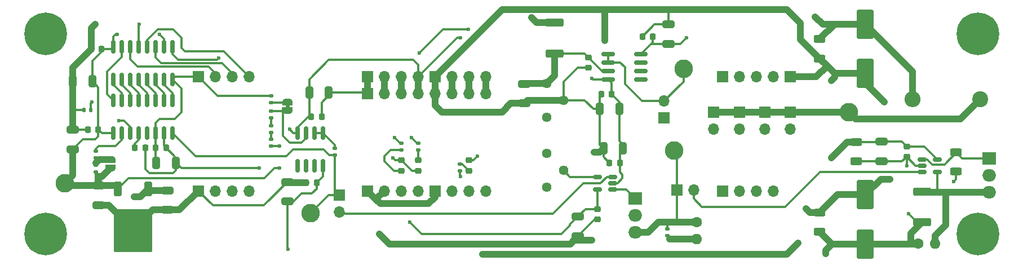
<source format=gbr>
%TF.GenerationSoftware,KiCad,Pcbnew,8.0.2*%
%TF.CreationDate,2024-07-01T04:04:09-07:00*%
%TF.ProjectId,waveform-generator-board,77617665-666f-4726-9d2d-67656e657261,rev?*%
%TF.SameCoordinates,Original*%
%TF.FileFunction,Copper,L1,Top*%
%TF.FilePolarity,Positive*%
%FSLAX46Y46*%
G04 Gerber Fmt 4.6, Leading zero omitted, Abs format (unit mm)*
G04 Created by KiCad (PCBNEW 8.0.2) date 2024-07-01 04:04:09*
%MOMM*%
%LPD*%
G01*
G04 APERTURE LIST*
G04 Aperture macros list*
%AMRoundRect*
0 Rectangle with rounded corners*
0 $1 Rounding radius*
0 $2 $3 $4 $5 $6 $7 $8 $9 X,Y pos of 4 corners*
0 Add a 4 corners polygon primitive as box body*
4,1,4,$2,$3,$4,$5,$6,$7,$8,$9,$2,$3,0*
0 Add four circle primitives for the rounded corners*
1,1,$1+$1,$2,$3*
1,1,$1+$1,$4,$5*
1,1,$1+$1,$6,$7*
1,1,$1+$1,$8,$9*
0 Add four rect primitives between the rounded corners*
20,1,$1+$1,$2,$3,$4,$5,0*
20,1,$1+$1,$4,$5,$6,$7,0*
20,1,$1+$1,$6,$7,$8,$9,0*
20,1,$1+$1,$8,$9,$2,$3,0*%
%AMFreePoly0*
4,1,19,0.500000,-0.750000,0.000000,-0.750000,0.000000,-0.744911,-0.071157,-0.744911,-0.207708,-0.704816,-0.327430,-0.627875,-0.420627,-0.520320,-0.479746,-0.390866,-0.500000,-0.250000,-0.500000,0.250000,-0.479746,0.390866,-0.420627,0.520320,-0.327430,0.627875,-0.207708,0.704816,-0.071157,0.744911,0.000000,0.744911,0.000000,0.750000,0.500000,0.750000,0.500000,-0.750000,0.500000,-0.750000,
$1*%
%AMFreePoly1*
4,1,19,0.000000,0.744911,0.071157,0.744911,0.207708,0.704816,0.327430,0.627875,0.420627,0.520320,0.479746,0.390866,0.500000,0.250000,0.500000,-0.250000,0.479746,-0.390866,0.420627,-0.520320,0.327430,-0.627875,0.207708,-0.704816,0.071157,-0.744911,0.000000,-0.744911,0.000000,-0.750000,-0.500000,-0.750000,-0.500000,0.750000,0.000000,0.750000,0.000000,0.744911,0.000000,0.744911,
$1*%
G04 Aperture macros list end*
%TA.AperFunction,EtchedComponent*%
%ADD10C,0.000000*%
%TD*%
%TA.AperFunction,SMDPad,CuDef*%
%ADD11RoundRect,0.150000X0.150000X-0.825000X0.150000X0.825000X-0.150000X0.825000X-0.150000X-0.825000X0*%
%TD*%
%TA.AperFunction,SMDPad,CuDef*%
%ADD12RoundRect,0.250000X0.325000X0.650000X-0.325000X0.650000X-0.325000X-0.650000X0.325000X-0.650000X0*%
%TD*%
%TA.AperFunction,ComponentPad*%
%ADD13C,2.400000*%
%TD*%
%TA.AperFunction,ComponentPad*%
%ADD14O,2.400000X2.400000*%
%TD*%
%TA.AperFunction,ComponentPad*%
%ADD15C,2.800000*%
%TD*%
%TA.AperFunction,SMDPad,CuDef*%
%ADD16RoundRect,0.150000X0.512500X0.150000X-0.512500X0.150000X-0.512500X-0.150000X0.512500X-0.150000X0*%
%TD*%
%TA.AperFunction,SMDPad,CuDef*%
%ADD17RoundRect,0.250000X-1.075000X0.362500X-1.075000X-0.362500X1.075000X-0.362500X1.075000X0.362500X0*%
%TD*%
%TA.AperFunction,SMDPad,CuDef*%
%ADD18RoundRect,0.135000X0.185000X-0.135000X0.185000X0.135000X-0.185000X0.135000X-0.185000X-0.135000X0*%
%TD*%
%TA.AperFunction,SMDPad,CuDef*%
%ADD19RoundRect,0.135000X-0.185000X0.135000X-0.185000X-0.135000X0.185000X-0.135000X0.185000X0.135000X0*%
%TD*%
%TA.AperFunction,SMDPad,CuDef*%
%ADD20RoundRect,0.218750X-0.256250X0.218750X-0.256250X-0.218750X0.256250X-0.218750X0.256250X0.218750X0*%
%TD*%
%TA.AperFunction,SMDPad,CuDef*%
%ADD21RoundRect,0.250000X-0.325000X-0.650000X0.325000X-0.650000X0.325000X0.650000X-0.325000X0.650000X0*%
%TD*%
%TA.AperFunction,ComponentPad*%
%ADD22R,1.700000X1.700000*%
%TD*%
%TA.AperFunction,ComponentPad*%
%ADD23O,1.700000X1.700000*%
%TD*%
%TA.AperFunction,SMDPad,CuDef*%
%ADD24RoundRect,0.250000X-0.650000X0.325000X-0.650000X-0.325000X0.650000X-0.325000X0.650000X0.325000X0*%
%TD*%
%TA.AperFunction,ComponentPad*%
%ADD25C,1.440000*%
%TD*%
%TA.AperFunction,SMDPad,CuDef*%
%ADD26RoundRect,0.225000X0.250000X-0.225000X0.250000X0.225000X-0.250000X0.225000X-0.250000X-0.225000X0*%
%TD*%
%TA.AperFunction,SMDPad,CuDef*%
%ADD27RoundRect,0.250000X-0.350000X0.850000X-0.350000X-0.850000X0.350000X-0.850000X0.350000X0.850000X0*%
%TD*%
%TA.AperFunction,SMDPad,CuDef*%
%ADD28RoundRect,0.250000X-1.125000X1.275000X-1.125000X-1.275000X1.125000X-1.275000X1.125000X1.275000X0*%
%TD*%
%TA.AperFunction,SMDPad,CuDef*%
%ADD29RoundRect,0.249997X-2.650003X2.950003X-2.650003X-2.950003X2.650003X-2.950003X2.650003X2.950003X0*%
%TD*%
%TA.AperFunction,SMDPad,CuDef*%
%ADD30RoundRect,0.225000X0.225000X0.250000X-0.225000X0.250000X-0.225000X-0.250000X0.225000X-0.250000X0*%
%TD*%
%TA.AperFunction,ComponentPad*%
%ADD31C,1.600000*%
%TD*%
%TA.AperFunction,ComponentPad*%
%ADD32O,1.600000X1.600000*%
%TD*%
%TA.AperFunction,SMDPad,CuDef*%
%ADD33RoundRect,0.250000X0.650000X-0.325000X0.650000X0.325000X-0.650000X0.325000X-0.650000X-0.325000X0*%
%TD*%
%TA.AperFunction,SMDPad,CuDef*%
%ADD34RoundRect,0.135000X0.135000X0.185000X-0.135000X0.185000X-0.135000X-0.185000X0.135000X-0.185000X0*%
%TD*%
%TA.AperFunction,SMDPad,CuDef*%
%ADD35RoundRect,0.250000X-0.625000X0.312500X-0.625000X-0.312500X0.625000X-0.312500X0.625000X0.312500X0*%
%TD*%
%TA.AperFunction,ComponentPad*%
%ADD36C,6.400000*%
%TD*%
%TA.AperFunction,SMDPad,CuDef*%
%ADD37RoundRect,0.250000X0.625000X-0.312500X0.625000X0.312500X-0.625000X0.312500X-0.625000X-0.312500X0*%
%TD*%
%TA.AperFunction,SMDPad,CuDef*%
%ADD38RoundRect,0.225000X-0.225000X-0.250000X0.225000X-0.250000X0.225000X0.250000X-0.225000X0.250000X0*%
%TD*%
%TA.AperFunction,SMDPad,CuDef*%
%ADD39RoundRect,0.150000X-0.512500X-0.150000X0.512500X-0.150000X0.512500X0.150000X-0.512500X0.150000X0*%
%TD*%
%TA.AperFunction,SMDPad,CuDef*%
%ADD40RoundRect,0.225000X-0.250000X0.225000X-0.250000X-0.225000X0.250000X-0.225000X0.250000X0.225000X0*%
%TD*%
%TA.AperFunction,SMDPad,CuDef*%
%ADD41FreePoly0,270.000000*%
%TD*%
%TA.AperFunction,SMDPad,CuDef*%
%ADD42FreePoly1,270.000000*%
%TD*%
%TA.AperFunction,ComponentPad*%
%ADD43R,2.000000X1.905000*%
%TD*%
%TA.AperFunction,ComponentPad*%
%ADD44O,2.000000X1.905000*%
%TD*%
%TA.AperFunction,SMDPad,CuDef*%
%ADD45RoundRect,0.150000X-0.825000X-0.150000X0.825000X-0.150000X0.825000X0.150000X-0.825000X0.150000X0*%
%TD*%
%TA.AperFunction,SMDPad,CuDef*%
%ADD46RoundRect,0.250000X-1.000000X1.950000X-1.000000X-1.950000X1.000000X-1.950000X1.000000X1.950000X0*%
%TD*%
%TA.AperFunction,SMDPad,CuDef*%
%ADD47RoundRect,0.150000X-0.150000X0.825000X-0.150000X-0.825000X0.150000X-0.825000X0.150000X0.825000X0*%
%TD*%
%TA.AperFunction,ViaPad*%
%ADD48C,0.600000*%
%TD*%
%TA.AperFunction,Conductor*%
%ADD49C,0.300000*%
%TD*%
%TA.AperFunction,Conductor*%
%ADD50C,1.000000*%
%TD*%
G04 APERTURE END LIST*
D10*
%TA.AperFunction,EtchedComponent*%
%TO.C,JP2*%
G36*
X117641000Y-95097000D02*
G01*
X117041000Y-95097000D01*
X117041000Y-94597000D01*
X117641000Y-94597000D01*
X117641000Y-95097000D01*
G37*
%TD.AperFunction*%
%TD*%
D11*
%TO.P,U3,1,VCC*%
%TO.N,Net-(JP1-B)*%
X91154000Y-98920000D03*
%TO.P,U3,2,VREF+*%
%TO.N,Net-(U3-VREF+)*%
X92424000Y-98920000D03*
%TO.P,U3,3,VREF-*%
%TO.N,Net-(U3-VREF-)*%
X93694000Y-98920000D03*
%TO.P,U3,4,COMPEN*%
%TO.N,Net-(U3-COMPEN)*%
X94964000Y-98920000D03*
%TO.P,U3,5,NC*%
%TO.N,unconnected-(U3-NC-Pad5)*%
X96234000Y-98920000D03*
%TO.P,U3,6,GND*%
%TO.N,GND*%
X97504000Y-98920000D03*
%TO.P,U3,7,VEE*%
%TO.N,-12V*%
X98774000Y-98920000D03*
%TO.P,U3,8,I0*%
%TO.N,dac_out*%
X100044000Y-98920000D03*
%TO.P,U3,9,A1*%
%TO.N,Net-(U2-QH)*%
X100044000Y-93970000D03*
%TO.P,U3,10,A2*%
%TO.N,Net-(U2-QG)*%
X98774000Y-93970000D03*
%TO.P,U3,11,A3*%
%TO.N,Net-(U2-QF)*%
X97504000Y-93970000D03*
%TO.P,U3,12,A4*%
%TO.N,Net-(U2-QE)*%
X96234000Y-93970000D03*
%TO.P,U3,13,A5*%
%TO.N,Net-(U2-QD)*%
X94964000Y-93970000D03*
%TO.P,U3,14,A6*%
%TO.N,Net-(U2-QC)*%
X93694000Y-93970000D03*
%TO.P,U3,15,A7*%
%TO.N,Net-(U2-QB)*%
X92424000Y-93970000D03*
%TO.P,U3,16,A8*%
%TO.N,Net-(U2-QA)*%
X91154000Y-93970000D03*
%TD*%
D12*
%TO.P,C3,1*%
%TO.N,Net-(JP1-B)*%
X88006000Y-91105000D03*
%TO.P,C3,2*%
%TO.N,GND*%
X85056000Y-91105000D03*
%TD*%
D13*
%TO.P,R21,1*%
%TO.N,Net-(JP10-A)*%
X221405000Y-93825000D03*
D14*
%TO.P,R21,2*%
%TO.N,+100V*%
X211245000Y-93825000D03*
%TD*%
D15*
%TO.P,TP4,1,1*%
%TO.N,levelshift_out*%
X175427000Y-101529000D03*
%TD*%
D16*
%TO.P,U6,1*%
%TO.N,Net-(Q3-G)*%
X166174500Y-107346000D03*
%TO.P,U6,2,V-*%
%TO.N,-12V*%
X166174500Y-106396000D03*
%TO.P,U6,3,+*%
%TO.N,Net-(JP3-B)*%
X166174500Y-105446000D03*
%TO.P,U6,4,-*%
%TO.N,Net-(Q3-D)*%
X163899500Y-105446000D03*
%TO.P,U6,5,V+*%
%TO.N,+12V*%
X163899500Y-107346000D03*
%TD*%
D17*
%TO.P,R22,1*%
%TO.N,Net-(Q1-S)*%
X212679000Y-107646500D03*
%TO.P,R22,2*%
%TO.N,-100V*%
X212679000Y-112271500D03*
%TD*%
D18*
%TO.P,R10,1*%
%TO.N,Net-(JP2-A)*%
X114833000Y-94303000D03*
%TO.P,R10,2*%
%TO.N,GND*%
X114833000Y-93283000D03*
%TD*%
D19*
%TO.P,R1,1*%
%TO.N,+12V*%
X134420000Y-100389000D03*
%TO.P,R1,2*%
%TO.N,Net-(D1-A)*%
X134420000Y-101409000D03*
%TD*%
D20*
%TO.P,D1,1,K*%
%TO.N,GND*%
X134420000Y-102961500D03*
%TO.P,D1,2,A*%
%TO.N,Net-(D1-A)*%
X134420000Y-104536500D03*
%TD*%
D21*
%TO.P,C13,1*%
%TO.N,-12V*%
X120580000Y-92817000D03*
%TO.P,C13,2*%
%TO.N,GND*%
X123530000Y-92817000D03*
%TD*%
D22*
%TO.P,J7,1,Pin_1*%
%TO.N,Net-(J7-Pin_1)*%
X182680000Y-90430000D03*
D23*
%TO.P,J7,2,Pin_2*%
%TO.N,Net-(J7-Pin_2)*%
X185220000Y-90430000D03*
%TO.P,J7,3,Pin_3*%
%TO.N,Net-(J7-Pin_3)*%
X187760000Y-90430000D03*
%TO.P,J7,4,Pin_4*%
%TO.N,Net-(J7-Pin_4)*%
X190300000Y-90430000D03*
%TD*%
D22*
%TO.P,J5,1,Pin_1*%
%TO.N,GND*%
X139500000Y-90430000D03*
D23*
%TO.P,J5,2,Pin_2*%
%TO.N,+100V*%
X142040000Y-90430000D03*
%TO.P,J5,3,Pin_3*%
%TO.N,-100+12V*%
X144580000Y-90430000D03*
%TO.P,J5,4,Pin_4*%
%TO.N,-100V*%
X147120000Y-90430000D03*
%TD*%
D24*
%TO.P,C22,1*%
%TO.N,+12V*%
X160954000Y-111453000D03*
%TO.P,C22,2*%
%TO.N,GND*%
X160954000Y-114403000D03*
%TD*%
D18*
%TO.P,R2,1*%
%TO.N,Net-(D2-K)*%
X136960000Y-101409000D03*
%TO.P,R2,2*%
%TO.N,-12V*%
X136960000Y-100389000D03*
%TD*%
D25*
%TO.P,RV1,1,1*%
%TO.N,Net-(JP6-A)*%
X156245000Y-101915000D03*
%TO.P,RV1,2,2*%
%TO.N,Net-(Q3-D)*%
X158785000Y-104455000D03*
%TO.P,RV1,3,3*%
%TO.N,unconnected-(RV1-Pad3)*%
X156245000Y-106995000D03*
%TD*%
D26*
%TO.P,C25,1*%
%TO.N,-100V*%
X210327000Y-102438000D03*
%TO.P,C25,2*%
%TO.N,-100+12V*%
X210327000Y-100888000D03*
%TD*%
D27*
%TO.P,U1,1,IN*%
%TO.N,+12V*%
X96423000Y-107246000D03*
D28*
%TO.P,U1,2,GND*%
%TO.N,GND*%
X95668000Y-111871000D03*
X92618000Y-111871000D03*
D29*
X94143000Y-113546000D03*
D28*
X95668000Y-115221000D03*
X92618000Y-115221000D03*
D27*
%TO.P,U1,3,OUT*%
%TO.N,Net-(JP1-B)*%
X91863000Y-107246000D03*
%TD*%
D22*
%TO.P,J9,1,Pin_1*%
%TO.N,GND*%
X129340000Y-92970000D03*
D23*
%TO.P,J9,2,Pin_2*%
X131880000Y-92970000D03*
%TO.P,J9,3,Pin_3*%
%TO.N,+12V*%
X134420000Y-92970000D03*
%TO.P,J9,4,Pin_4*%
%TO.N,-12V*%
X136960000Y-92970000D03*
%TO.P,J9,5,Pin_5*%
%TO.N,GND*%
X139500000Y-92970000D03*
%TO.P,J9,6,Pin_6*%
%TO.N,+100V*%
X142040000Y-92970000D03*
%TO.P,J9,7,Pin_7*%
%TO.N,-100+12V*%
X144580000Y-92970000D03*
%TO.P,J9,8,Pin_8*%
%TO.N,-100V*%
X147120000Y-92970000D03*
%TD*%
D30*
%TO.P,C6,1*%
%TO.N,Net-(JP1-B)*%
X88902000Y-98365000D03*
%TO.P,C6,2*%
%TO.N,GND*%
X87352000Y-98365000D03*
%TD*%
D31*
%TO.P,R23,1*%
%TO.N,-100V*%
X212025000Y-115461000D03*
D32*
%TO.P,R23,2*%
%TO.N,Net-(Q1-S)*%
X214565000Y-115461000D03*
%TD*%
D22*
%TO.P,J4,1,Pin_1*%
%TO.N,GND*%
X129340000Y-107570000D03*
D23*
%TO.P,J4,2,Pin_2*%
X131880000Y-107570000D03*
%TO.P,J4,3,Pin_3*%
%TO.N,+12V*%
X134420000Y-107570000D03*
%TO.P,J4,4,Pin_4*%
%TO.N,-12V*%
X136960000Y-107570000D03*
%TD*%
D11*
%TO.P,U2,1,QB*%
%TO.N,Net-(U2-QB)*%
X91154000Y-90870000D03*
%TO.P,U2,2,QC*%
%TO.N,Net-(U2-QC)*%
X92424000Y-90870000D03*
%TO.P,U2,3,QD*%
%TO.N,Net-(U2-QD)*%
X93694000Y-90870000D03*
%TO.P,U2,4,QE*%
%TO.N,Net-(U2-QE)*%
X94964000Y-90870000D03*
%TO.P,U2,5,QF*%
%TO.N,Net-(U2-QF)*%
X96234000Y-90870000D03*
%TO.P,U2,6,QG*%
%TO.N,Net-(U2-QG)*%
X97504000Y-90870000D03*
%TO.P,U2,7,QH*%
%TO.N,Net-(U2-QH)*%
X98774000Y-90870000D03*
%TO.P,U2,8,GND*%
%TO.N,GND*%
X100044000Y-90870000D03*
%TO.P,U2,9,QH'*%
%TO.N,serial_out*%
X100044000Y-85920000D03*
%TO.P,U2,10,~{SRCLR}*%
%TO.N,Net-(JP1-B)*%
X98774000Y-85920000D03*
%TO.P,U2,11,SRCLK*%
%TO.N,shift_clock*%
X97504000Y-85920000D03*
%TO.P,U2,12,RCLK*%
%TO.N,store_clock*%
X96234000Y-85920000D03*
%TO.P,U2,13,~{OE}*%
%TO.N,GND*%
X94964000Y-85920000D03*
%TO.P,U2,14,SER*%
%TO.N,serial_in*%
X93694000Y-85920000D03*
%TO.P,U2,15,QA*%
%TO.N,Net-(U2-QA)*%
X92424000Y-85920000D03*
%TO.P,U2,16,VCC*%
%TO.N,Net-(JP1-B)*%
X91154000Y-85920000D03*
%TD*%
D30*
%TO.P,C10,1*%
%TO.N,+12V*%
X121680000Y-106363000D03*
%TO.P,C10,2*%
%TO.N,GND*%
X120130000Y-106363000D03*
%TD*%
D33*
%TO.P,C12,1*%
%TO.N,+12V*%
X117303000Y-109160000D03*
%TO.P,C12,2*%
%TO.N,GND*%
X117303000Y-106210000D03*
%TD*%
D22*
%TO.P,JP10,1,A*%
%TO.N,Net-(JP10-A)*%
X189030000Y-95764000D03*
D23*
%TO.P,JP10,2,B*%
%TO.N,Net-(J7-Pin_3)*%
X189030000Y-98304000D03*
%TD*%
D34*
%TO.P,R6,1*%
%TO.N,Net-(U3-VREF-)*%
X87811000Y-95381000D03*
%TO.P,R6,2*%
%TO.N,GND*%
X86791000Y-95381000D03*
%TD*%
D33*
%TO.P,C24,1*%
%TO.N,-100V*%
X206599000Y-103138000D03*
%TO.P,C24,2*%
%TO.N,-100+12V*%
X206599000Y-100188000D03*
%TD*%
D19*
%TO.P,R17,1*%
%TO.N,levelshift_out*%
X174385000Y-113291000D03*
%TO.P,R17,2*%
%TO.N,-100V*%
X174385000Y-114311000D03*
%TD*%
D22*
%TO.P,J8,1,Pin_1*%
%TO.N,Net-(J7-Pin_1)*%
X182680000Y-107570000D03*
D23*
%TO.P,J8,2,Pin_2*%
%TO.N,Net-(J7-Pin_2)*%
X185220000Y-107570000D03*
%TO.P,J8,3,Pin_3*%
%TO.N,Net-(J7-Pin_3)*%
X187760000Y-107570000D03*
%TO.P,J8,4,Pin_4*%
%TO.N,Net-(J7-Pin_4)*%
X190300000Y-107570000D03*
%TD*%
D35*
%TO.P,R18,1*%
%TO.N,Net-(Q1-G)*%
X217739000Y-101750500D03*
%TO.P,R18,2*%
%TO.N,-100V*%
X217739000Y-104675500D03*
%TD*%
D22*
%TO.P,J2,1,Pin_1*%
%TO.N,GND*%
X103940000Y-107570000D03*
D23*
%TO.P,J2,2,Pin_2*%
%TO.N,serial_out*%
X106480000Y-107570000D03*
%TO.P,J2,3,Pin_3*%
%TO.N,shift_clock*%
X109020000Y-107570000D03*
%TO.P,J2,4,Pin_4*%
%TO.N,store_clock*%
X111560000Y-107570000D03*
%TD*%
D19*
%TO.P,R11,1*%
%TO.N,Net-(U4A--)*%
X124469000Y-101155000D03*
%TO.P,R11,2*%
%TO.N,dac_out*%
X124469000Y-102175000D03*
%TD*%
D36*
%TO.P,H4,1*%
%TO.N,N/C*%
X221000000Y-114000000D03*
%TD*%
D37*
%TO.P,R15,1*%
%TO.N,-100V*%
X202707000Y-103125500D03*
%TO.P,R15,2*%
%TO.N,-100+12V*%
X202707000Y-100200500D03*
%TD*%
D38*
%TO.P,C8,1*%
%TO.N,Net-(U3-COMPEN)*%
X94416000Y-101121000D03*
%TO.P,C8,2*%
%TO.N,-12V*%
X95966000Y-101121000D03*
%TD*%
D39*
%TO.P,U7,1*%
%TO.N,Net-(Q1-G)*%
X212667500Y-102823000D03*
%TO.P,U7,2,V-*%
%TO.N,-100V*%
X212667500Y-103773000D03*
%TO.P,U7,3,+*%
%TO.N,Net-(JP4-B)*%
X212667500Y-104723000D03*
%TO.P,U7,4,-*%
%TO.N,Net-(Q1-S)*%
X214942500Y-104723000D03*
%TO.P,U7,5,V+*%
%TO.N,-100+12V*%
X214942500Y-102823000D03*
%TD*%
D18*
%TO.P,R8,1*%
%TO.N,Net-(R7-Pad2)*%
X114861000Y-98775000D03*
%TO.P,R8,2*%
%TO.N,Net-(R8-Pad2)*%
X114861000Y-97755000D03*
%TD*%
%TO.P,R3,1*%
%TO.N,-100+12V*%
X143236000Y-104560000D03*
%TO.P,R3,2*%
%TO.N,Net-(D3-A)*%
X143236000Y-103540000D03*
%TD*%
D22*
%TO.P,JP9,1,A*%
%TO.N,Net-(JP10-A)*%
X185220000Y-95764000D03*
D23*
%TO.P,JP9,2,B*%
%TO.N,Net-(J7-Pin_2)*%
X185220000Y-98304000D03*
%TD*%
D40*
%TO.P,C14,1*%
%TO.N,Net-(U8A-+)*%
X162525000Y-87504000D03*
%TO.P,C14,2*%
%TO.N,GND*%
X162525000Y-89054000D03*
%TD*%
D41*
%TO.P,JP2,1,A*%
%TO.N,Net-(JP2-A)*%
X117341000Y-94197000D03*
D42*
%TO.P,JP2,2,B*%
%TO.N,Net-(JP2-B)*%
X117341000Y-95497000D03*
%TD*%
D36*
%TO.P,H1,1*%
%TO.N,N/C*%
X81000000Y-84000000D03*
%TD*%
D43*
%TO.P,Q3,1,G*%
%TO.N,Net-(Q3-G)*%
X169551000Y-108679000D03*
D44*
%TO.P,Q3,2,D*%
%TO.N,Net-(Q3-D)*%
X169551000Y-111219000D03*
%TO.P,Q3,3,S*%
%TO.N,levelshift_out*%
X169551000Y-113759000D03*
%TD*%
D24*
%TO.P,C2,1*%
%TO.N,Net-(JP1-B)*%
X88997000Y-106792000D03*
%TO.P,C2,2*%
%TO.N,GND*%
X88997000Y-109742000D03*
%TD*%
%TO.P,C15,1*%
%TO.N,Net-(U8A-+)*%
X152871000Y-91480000D03*
%TO.P,C15,2*%
%TO.N,GND*%
X152871000Y-94430000D03*
%TD*%
D22*
%TO.P,JP11,1,A*%
%TO.N,Net-(JP10-A)*%
X192840000Y-95764000D03*
D23*
%TO.P,JP11,2,B*%
%TO.N,Net-(J7-Pin_4)*%
X192840000Y-98304000D03*
%TD*%
D12*
%TO.P,C23,1*%
%TO.N,-12V*%
X167737000Y-101200000D03*
%TO.P,C23,2*%
%TO.N,GND*%
X164787000Y-101200000D03*
%TD*%
%TO.P,C31,1*%
%TO.N,-12V*%
X167162000Y-95241000D03*
%TO.P,C31,2*%
%TO.N,GND*%
X164212000Y-95241000D03*
%TD*%
D22*
%TO.P,JP4,1,A*%
%TO.N,levelshift_out*%
X175785000Y-107435000D03*
D23*
%TO.P,JP4,2,B*%
%TO.N,Net-(JP4-B)*%
X178325000Y-107435000D03*
%TD*%
D15*
%TO.P,TP5,1,1*%
%TO.N,Net-(JP10-A)*%
X201685000Y-95790000D03*
%TD*%
D38*
%TO.P,C11,1*%
%TO.N,-12V*%
X120902000Y-96457000D03*
%TO.P,C11,2*%
%TO.N,GND*%
X122452000Y-96457000D03*
%TD*%
D17*
%TO.P,R12,1*%
%TO.N,+100V*%
X157419000Y-82316500D03*
%TO.P,R12,2*%
%TO.N,Net-(U8A-+)*%
X157419000Y-86941500D03*
%TD*%
D41*
%TO.P,JP1,1,A*%
%TO.N,Net-(JP1-A)*%
X90697000Y-102853000D03*
D42*
%TO.P,JP1,2,B*%
%TO.N,Net-(JP1-B)*%
X90697000Y-104153000D03*
%TD*%
D43*
%TO.P,Q1,1,G*%
%TO.N,Net-(Q1-G)*%
X222755000Y-102695000D03*
D44*
%TO.P,Q1,2,D*%
%TO.N,Net-(JP10-A)*%
X222755000Y-105235000D03*
%TO.P,Q1,3,S*%
%TO.N,Net-(Q1-S)*%
X222755000Y-107775000D03*
%TD*%
D31*
%TO.P,R19,1*%
%TO.N,levelshift_out*%
X178779000Y-112251000D03*
D32*
%TO.P,R19,2*%
%TO.N,-100V*%
X178779000Y-114791000D03*
%TD*%
D45*
%TO.P,U8,1*%
%TO.N,monitor_out*%
X165488000Y-87020000D03*
%TO.P,U8,2,-*%
X165488000Y-88290000D03*
%TO.P,U8,3,+*%
%TO.N,Net-(U8A-+)*%
X165488000Y-89560000D03*
%TO.P,U8,4,V-*%
%TO.N,-12V*%
X165488000Y-90830000D03*
%TO.P,U8,5*%
%TO.N,N/C*%
X170438000Y-90830000D03*
%TO.P,U8,6*%
X170438000Y-89560000D03*
%TO.P,U8,7*%
X170438000Y-88290000D03*
%TO.P,U8,8,V+*%
%TO.N,+12V*%
X170438000Y-87020000D03*
%TD*%
D25*
%TO.P,RV2,1,1*%
%TO.N,Net-(U8A-+)*%
X156245000Y-91415000D03*
%TO.P,RV2,2,2*%
%TO.N,GND*%
X158785000Y-93955000D03*
%TO.P,RV2,3,3*%
%TO.N,unconnected-(RV2-Pad3)*%
X156245000Y-96495000D03*
%TD*%
D22*
%TO.P,JP6,1,A*%
%TO.N,Net-(JP6-A)*%
X173905000Y-96627000D03*
D23*
%TO.P,JP6,2,B*%
%TO.N,monitor_out*%
X173905000Y-94087000D03*
%TD*%
D22*
%TO.P,JP8,1,A*%
%TO.N,Net-(JP10-A)*%
X181350000Y-95764000D03*
D23*
%TO.P,JP8,2,B*%
%TO.N,Net-(J7-Pin_1)*%
X181350000Y-98304000D03*
%TD*%
D24*
%TO.P,C1,1*%
%TO.N,+12V*%
X99311000Y-107484000D03*
%TO.P,C1,2*%
%TO.N,GND*%
X99311000Y-110434000D03*
%TD*%
D30*
%TO.P,C4,1*%
%TO.N,Net-(JP1-B)*%
X89378000Y-86283000D03*
%TO.P,C4,2*%
%TO.N,GND*%
X87828000Y-86283000D03*
%TD*%
D12*
%TO.P,C9,1*%
%TO.N,-12V*%
X100554000Y-103329000D03*
%TO.P,C9,2*%
%TO.N,GND*%
X97604000Y-103329000D03*
%TD*%
D22*
%TO.P,J6,1,Pin_1*%
%TO.N,GND*%
X139500000Y-107570000D03*
D23*
%TO.P,J6,2,Pin_2*%
%TO.N,+100V*%
X142040000Y-107570000D03*
%TO.P,J6,3,Pin_3*%
%TO.N,-100+12V*%
X144580000Y-107570000D03*
%TO.P,J6,4,Pin_4*%
%TO.N,-100V*%
X147120000Y-107570000D03*
%TD*%
D46*
%TO.P,C27,1*%
%TO.N,GND*%
X204120000Y-108147000D03*
%TO.P,C27,2*%
%TO.N,-100V*%
X204120000Y-115547000D03*
%TD*%
D20*
%TO.P,D3,1,K*%
%TO.N,-100V*%
X144580000Y-102961500D03*
%TO.P,D3,2,A*%
%TO.N,Net-(D3-A)*%
X144580000Y-104536500D03*
%TD*%
D30*
%TO.P,C28,1*%
%TO.N,+12V*%
X172176000Y-84387000D03*
%TO.P,C28,2*%
%TO.N,GND*%
X170626000Y-84387000D03*
%TD*%
D18*
%TO.P,R4,1*%
%TO.N,Net-(JP1-B)*%
X88551000Y-104747000D03*
%TO.P,R4,2*%
%TO.N,Net-(JP1-A)*%
X88551000Y-103727000D03*
%TD*%
D33*
%TO.P,C5,1*%
%TO.N,Net-(JP1-B)*%
X85035000Y-101366000D03*
%TO.P,C5,2*%
%TO.N,GND*%
X85035000Y-98416000D03*
%TD*%
%TO.P,C30,1*%
%TO.N,+12V*%
X174593000Y-85508000D03*
%TO.P,C30,2*%
%TO.N,GND*%
X174593000Y-82558000D03*
%TD*%
D36*
%TO.P,H2,1*%
%TO.N,N/C*%
X81000000Y-114000000D03*
%TD*%
D22*
%TO.P,J3,1,Pin_1*%
%TO.N,GND*%
X129340000Y-90430000D03*
D23*
%TO.P,J3,2,Pin_2*%
X131880000Y-90430000D03*
%TO.P,J3,3,Pin_3*%
%TO.N,+12V*%
X134420000Y-90430000D03*
%TO.P,J3,4,Pin_4*%
%TO.N,-12V*%
X136960000Y-90430000D03*
%TD*%
D20*
%TO.P,D2,1,K*%
%TO.N,Net-(D2-K)*%
X136960000Y-102961500D03*
%TO.P,D2,2,A*%
%TO.N,GND*%
X136960000Y-104536500D03*
%TD*%
D15*
%TO.P,TP1,1,1*%
%TO.N,Net-(JP1-B)*%
X83853000Y-106425000D03*
%TD*%
%TO.P,TP3,1,1*%
%TO.N,monitor_out*%
X176845000Y-89249000D03*
%TD*%
D35*
%TO.P,R24,1*%
%TO.N,+100V*%
X197282000Y-84761500D03*
%TO.P,R24,2*%
%TO.N,GND*%
X197282000Y-87686500D03*
%TD*%
D47*
%TO.P,U4,1*%
%TO.N,Net-(U4A--)*%
X122648000Y-98846000D03*
%TO.P,U4,2,-*%
X121378000Y-98846000D03*
%TO.P,U4,3,+*%
%TO.N,Net-(JP2-B)*%
X120108000Y-98846000D03*
%TO.P,U4,4,V-*%
%TO.N,-12V*%
X118838000Y-98846000D03*
%TO.P,U4,5*%
%TO.N,N/C*%
X118838000Y-103796000D03*
%TO.P,U4,6*%
X120108000Y-103796000D03*
%TO.P,U4,7*%
X121378000Y-103796000D03*
%TO.P,U4,8,V+*%
%TO.N,+12V*%
X122648000Y-103796000D03*
%TD*%
D18*
%TO.P,R9,1*%
%TO.N,Net-(R8-Pad2)*%
X114831000Y-96621000D03*
%TO.P,R9,2*%
%TO.N,Net-(JP2-B)*%
X114831000Y-95601000D03*
%TD*%
D30*
%TO.P,C29,1*%
%TO.N,-12V*%
X166008000Y-93033000D03*
%TO.P,C29,2*%
%TO.N,GND*%
X164458000Y-93033000D03*
%TD*%
D22*
%TO.P,J10,1,Pin_1*%
%TO.N,GND*%
X192840000Y-90430000D03*
%TD*%
D30*
%TO.P,C21,1*%
%TO.N,-12V*%
X167247000Y-103368000D03*
%TO.P,C21,2*%
%TO.N,GND*%
X165697000Y-103368000D03*
%TD*%
D40*
%TO.P,C20,1*%
%TO.N,+12V*%
X163924000Y-110323000D03*
%TO.P,C20,2*%
%TO.N,GND*%
X163924000Y-111873000D03*
%TD*%
D46*
%TO.P,C26,1*%
%TO.N,+100V*%
X204120000Y-82537000D03*
%TO.P,C26,2*%
%TO.N,GND*%
X204120000Y-89937000D03*
%TD*%
D22*
%TO.P,JP3,1,A*%
%TO.N,dac_out*%
X125151000Y-108187000D03*
D23*
%TO.P,JP3,2,B*%
%TO.N,Net-(JP3-B)*%
X125151000Y-110727000D03*
%TD*%
D18*
%TO.P,R7,1*%
%TO.N,Net-(JP1-B)*%
X114843000Y-100839000D03*
%TO.P,R7,2*%
%TO.N,Net-(R7-Pad2)*%
X114843000Y-99819000D03*
%TD*%
D30*
%TO.P,C7,1*%
%TO.N,-12V*%
X99076000Y-101121000D03*
%TO.P,C7,2*%
%TO.N,GND*%
X97526000Y-101121000D03*
%TD*%
D35*
%TO.P,R25,1*%
%TO.N,GND*%
X197282000Y-110780500D03*
%TO.P,R25,2*%
%TO.N,-100V*%
X197282000Y-113705500D03*
%TD*%
D15*
%TO.P,TP2,1,1*%
%TO.N,dac_out*%
X120805000Y-110879000D03*
%TD*%
D18*
%TO.P,R5,1*%
%TO.N,Net-(JP1-A)*%
X88551000Y-102585000D03*
%TO.P,R5,2*%
%TO.N,Net-(U3-VREF+)*%
X88551000Y-101565000D03*
%TD*%
D36*
%TO.P,H3,1*%
%TO.N,N/C*%
X221000000Y-84000000D03*
%TD*%
D22*
%TO.P,J1,1,Pin_1*%
%TO.N,GND*%
X103940000Y-90430000D03*
D23*
%TO.P,J1,2,Pin_2*%
%TO.N,serial_in*%
X106480000Y-90430000D03*
%TO.P,J1,3,Pin_3*%
%TO.N,shift_clock*%
X109020000Y-90430000D03*
%TO.P,J1,4,Pin_4*%
%TO.N,store_clock*%
X111560000Y-90430000D03*
%TD*%
D48*
%TO.N,GND*%
X139200000Y-115576000D03*
X163000000Y-115000000D03*
X163400000Y-101800000D03*
X207000000Y-94200000D03*
X131118000Y-114052000D03*
X195200000Y-110200000D03*
X95050000Y-82556000D03*
X88446000Y-82556000D03*
X199000000Y-91000000D03*
X165000000Y-85000000D03*
X207800000Y-105800000D03*
X133150000Y-102622000D03*
%TO.N,+12V*%
X137160000Y-86868000D03*
X117402000Y-116338000D03*
X177292000Y-84582000D03*
X144526000Y-83312000D03*
X94288000Y-108464000D03*
X133404000Y-99574000D03*
X135690000Y-112274000D03*
%TO.N,Net-(JP1-B)*%
X116132000Y-104146000D03*
X116132000Y-100844000D03*
X91748000Y-84080000D03*
X98098000Y-84080000D03*
%TO.N,-12V*%
X135944000Y-99574000D03*
X113084000Y-104146000D03*
X117656000Y-98304000D03*
X143310000Y-84588000D03*
X163068000Y-90678000D03*
%TO.N,-100V*%
X145850000Y-102368000D03*
X176276000Y-114791000D03*
X198200000Y-117000000D03*
X210600000Y-111000000D03*
X210400000Y-103800000D03*
X217400000Y-106200000D03*
%TO.N,-100+12V*%
X194000000Y-115400000D03*
X199000000Y-102600000D03*
X143310000Y-105416000D03*
X146612000Y-117100000D03*
%TO.N,+100V*%
X153978000Y-81540000D03*
X196600000Y-81400000D03*
%TO.N,serial_out*%
X106988000Y-87636000D03*
%TO.N,Net-(U3-VREF-)*%
X87938000Y-94240000D03*
X92002000Y-97034000D03*
%TD*%
D49*
%TO.N,GND*%
X114833000Y-93283000D02*
X106793000Y-93283000D01*
X133489500Y-102961500D02*
X133150000Y-102622000D01*
D50*
X97105000Y-110434000D02*
X95668000Y-111871000D01*
D49*
X162525000Y-89054000D02*
X160946000Y-89054000D01*
D50*
X139500000Y-108500000D02*
X138500000Y-109500000D01*
D49*
X129187000Y-92817000D02*
X129340000Y-92970000D01*
X174593000Y-80433000D02*
X174500000Y-80340000D01*
D50*
X131880000Y-107570000D02*
X130635000Y-108815000D01*
D49*
X85086000Y-98365000D02*
X85035000Y-98416000D01*
D50*
X159781000Y-115576000D02*
X160357000Y-115000000D01*
D49*
X164212000Y-95241000D02*
X163259000Y-95241000D01*
X97504000Y-97374000D02*
X98098000Y-96780000D01*
X100384000Y-96780000D02*
X101400000Y-95764000D01*
X134420000Y-102961500D02*
X133489500Y-102961500D01*
D50*
X129340000Y-90430000D02*
X129340000Y-92970000D01*
D49*
X174593000Y-82558000D02*
X174593000Y-80433000D01*
D50*
X198397750Y-88802250D02*
X197282000Y-87686500D01*
D49*
X97504000Y-98920000D02*
X97504000Y-97374000D01*
X163259000Y-95241000D02*
X161973000Y-93955000D01*
D50*
X139500000Y-94748000D02*
X139500000Y-92970000D01*
X165000000Y-80340000D02*
X165000000Y-85000000D01*
X174500000Y-80340000D02*
X192340000Y-80340000D01*
X153346000Y-93955000D02*
X152871000Y-94430000D01*
D49*
X97526000Y-103251000D02*
X97604000Y-103329000D01*
X85185000Y-95381000D02*
X85056000Y-95510000D01*
D50*
X85056000Y-98395000D02*
X85035000Y-98416000D01*
X99311000Y-110434000D02*
X101076000Y-110434000D01*
D49*
X161973000Y-93955000D02*
X158785000Y-93955000D01*
D50*
X194400000Y-82400000D02*
X194400000Y-84804500D01*
X199532500Y-89937000D02*
X198397750Y-88802250D01*
D49*
X123530000Y-92817000D02*
X123530000Y-93192000D01*
D50*
X139500000Y-107570000D02*
X139500000Y-108500000D01*
D49*
X164212000Y-93279000D02*
X164458000Y-93033000D01*
D50*
X85056000Y-91105000D02*
X85056000Y-95510000D01*
D49*
X98098000Y-96780000D02*
X100384000Y-96780000D01*
D50*
X117456000Y-106363000D02*
X117303000Y-106210000D01*
X132642000Y-115576000D02*
X159781000Y-115576000D01*
X206467000Y-105800000D02*
X204120000Y-108147000D01*
D49*
X113779000Y-109734000D02*
X106104000Y-109734000D01*
D50*
X150871000Y-94430000D02*
X149537000Y-95764000D01*
X139500000Y-90430000D02*
X139500000Y-92970000D01*
X131118000Y-114052000D02*
X132642000Y-115576000D01*
D49*
X94964000Y-85920000D02*
X94964000Y-82642000D01*
X123530000Y-93192000D02*
X122452000Y-94270000D01*
D50*
X160357000Y-115000000D02*
X163000000Y-115000000D01*
X87828000Y-83174000D02*
X87828000Y-86283000D01*
D49*
X97526000Y-101121000D02*
X97526000Y-103251000D01*
D50*
X140516000Y-95764000D02*
X139500000Y-94748000D01*
X149537000Y-95764000D02*
X140516000Y-95764000D01*
X99311000Y-110434000D02*
X97105000Y-110434000D01*
X131880000Y-90430000D02*
X131880000Y-92970000D01*
X130635000Y-108865000D02*
X129340000Y-107570000D01*
X192340000Y-80340000D02*
X194400000Y-82400000D01*
X204120000Y-89937000D02*
X204120000Y-91320000D01*
D49*
X106734000Y-93224000D02*
X103940000Y-90430000D01*
D50*
X138500000Y-109500000D02*
X131270000Y-109500000D01*
X158785000Y-93955000D02*
X153346000Y-93955000D01*
X174500000Y-80340000D02*
X167186000Y-80340000D01*
X199532500Y-89937000D02*
X199532500Y-90467500D01*
D49*
X106793000Y-93283000D02*
X106734000Y-93224000D01*
X101400000Y-92226000D02*
X100044000Y-90870000D01*
D50*
X197282000Y-110780500D02*
X195780500Y-110780500D01*
X88446000Y-82556000D02*
X87828000Y-83174000D01*
X85056000Y-89055000D02*
X85056000Y-91105000D01*
X130635000Y-108815000D02*
X130635000Y-108865000D01*
X87828000Y-86283000D02*
X85056000Y-89055000D01*
D49*
X170626000Y-84387000D02*
X172455000Y-82558000D01*
D50*
X120130000Y-106363000D02*
X117456000Y-106363000D01*
X85056000Y-95510000D02*
X85056000Y-98395000D01*
X90489000Y-109742000D02*
X92618000Y-111871000D01*
D49*
X136960000Y-104536500D02*
X135995000Y-104536500D01*
D50*
X194400000Y-84804500D02*
X197282000Y-87686500D01*
D49*
X87352000Y-98365000D02*
X85086000Y-98365000D01*
X123530000Y-92817000D02*
X129187000Y-92817000D01*
X106104000Y-109734000D02*
X103940000Y-107570000D01*
D50*
X152871000Y-94430000D02*
X150871000Y-94430000D01*
X149590000Y-80340000D02*
X139500000Y-90430000D01*
D49*
X100044000Y-90870000D02*
X100484000Y-90430000D01*
D50*
X164187000Y-101800000D02*
X164787000Y-101200000D01*
D49*
X164212000Y-100625000D02*
X164787000Y-101200000D01*
D50*
X199915500Y-108147000D02*
X197282000Y-110780500D01*
X204120000Y-108147000D02*
X199915500Y-108147000D01*
D49*
X117303000Y-106210000D02*
X113779000Y-109734000D01*
D50*
X88997000Y-109742000D02*
X90489000Y-109742000D01*
D49*
X86791000Y-95381000D02*
X85185000Y-95381000D01*
X164212000Y-95241000D02*
X164212000Y-100625000D01*
X97504000Y-98920000D02*
X97504000Y-101099000D01*
X94964000Y-82642000D02*
X95050000Y-82556000D01*
D50*
X167186000Y-80340000D02*
X165000000Y-80340000D01*
X165000000Y-80340000D02*
X149590000Y-80340000D01*
X199532500Y-90467500D02*
X199000000Y-91000000D01*
X204120000Y-89937000D02*
X199532500Y-89937000D01*
X196770000Y-90430000D02*
X198397750Y-88802250D01*
D49*
X158785000Y-91215000D02*
X158785000Y-93955000D01*
X172455000Y-82558000D02*
X174593000Y-82558000D01*
D50*
X159781000Y-115576000D02*
X160954000Y-114403000D01*
X195780500Y-110780500D02*
X195200000Y-110200000D01*
D49*
X160954000Y-114403000D02*
X163484000Y-111873000D01*
D50*
X163400000Y-101800000D02*
X164187000Y-101800000D01*
D49*
X160946000Y-89054000D02*
X158785000Y-91215000D01*
D50*
X204120000Y-91320000D02*
X207000000Y-94200000D01*
X101076000Y-110434000D02*
X103940000Y-107570000D01*
D49*
X100484000Y-90430000D02*
X103940000Y-90430000D01*
X122452000Y-94270000D02*
X122452000Y-96457000D01*
X164212000Y-95241000D02*
X164212000Y-93279000D01*
D50*
X207800000Y-105800000D02*
X206467000Y-105800000D01*
X192840000Y-90430000D02*
X196770000Y-90430000D01*
X131270000Y-109500000D02*
X130635000Y-108865000D01*
D49*
X164787000Y-101200000D02*
X164787000Y-102458000D01*
X164787000Y-102458000D02*
X165697000Y-103368000D01*
X101400000Y-95764000D02*
X101400000Y-92226000D01*
X163484000Y-111873000D02*
X163924000Y-111873000D01*
X97504000Y-101099000D02*
X97526000Y-101121000D01*
X135995000Y-104536500D02*
X134420000Y-102961500D01*
D50*
%TO.N,+12V*%
X134420000Y-90430000D02*
X134420000Y-92970000D01*
D49*
X174593000Y-85508000D02*
X176366000Y-85508000D01*
D50*
X96661000Y-107484000D02*
X96423000Y-107246000D01*
D49*
X135690000Y-112274000D02*
X137462000Y-114046000D01*
X117303000Y-116239000D02*
X117402000Y-116338000D01*
X134420000Y-100389000D02*
X134219000Y-100389000D01*
X174593000Y-85508000D02*
X171950000Y-85508000D01*
X121680000Y-107234000D02*
X120958000Y-107956000D01*
X170438000Y-87020000D02*
X170979000Y-86479000D01*
X163899500Y-107346000D02*
X163899500Y-110298500D01*
X121680000Y-106363000D02*
X121680000Y-107234000D01*
X119434000Y-107956000D02*
X118230000Y-109160000D01*
X171950000Y-85508000D02*
X170979000Y-86479000D01*
X122648000Y-103796000D02*
X122648000Y-105395000D01*
X159766000Y-112641000D02*
X160954000Y-111453000D01*
D50*
X95205000Y-108464000D02*
X96423000Y-107246000D01*
D49*
X122648000Y-105395000D02*
X121680000Y-106363000D01*
X172176000Y-85282000D02*
X172176000Y-84387000D01*
X163899500Y-110298500D02*
X163924000Y-110323000D01*
X176366000Y-85508000D02*
X177292000Y-84582000D01*
X144526000Y-83312000D02*
X140716000Y-83312000D01*
X137462000Y-114046000D02*
X158496000Y-114046000D01*
X117303000Y-109160000D02*
X117303000Y-116239000D01*
X163924000Y-110323000D02*
X162084000Y-110323000D01*
X158496000Y-114046000D02*
X159766000Y-112776000D01*
D50*
X94288000Y-108464000D02*
X95205000Y-108464000D01*
D49*
X159766000Y-112776000D02*
X159766000Y-112641000D01*
X120958000Y-107956000D02*
X119434000Y-107956000D01*
X134219000Y-100389000D02*
X133404000Y-99574000D01*
X162084000Y-110323000D02*
X160954000Y-111453000D01*
D50*
X99311000Y-107484000D02*
X96661000Y-107484000D01*
D49*
X170979000Y-86479000D02*
X172176000Y-85282000D01*
X118230000Y-109160000D02*
X117303000Y-109160000D01*
X140716000Y-83312000D02*
X137160000Y-86868000D01*
%TO.N,Net-(JP1-B)*%
X88902000Y-99372000D02*
X88446000Y-99828000D01*
D50*
X85035000Y-101366000D02*
X85035000Y-105243000D01*
D49*
X88446000Y-99828000D02*
X86573000Y-99828000D01*
X116132000Y-104146000D02*
X115346000Y-104146000D01*
X88006000Y-88076000D02*
X88006000Y-91105000D01*
X91748000Y-84080000D02*
X91494000Y-84080000D01*
X98774000Y-84756000D02*
X98098000Y-84080000D01*
D50*
X85035000Y-105243000D02*
X83853000Y-106425000D01*
D49*
X89457000Y-98920000D02*
X88902000Y-98365000D01*
X89378000Y-86704000D02*
X88006000Y-88076000D01*
D50*
X91409000Y-106792000D02*
X91863000Y-107246000D01*
D49*
X88902000Y-92001000D02*
X88006000Y-91105000D01*
D50*
X88997000Y-105459000D02*
X88997000Y-106792000D01*
X90697000Y-104153000D02*
X89434000Y-105416000D01*
D49*
X91494000Y-84080000D02*
X91154000Y-84420000D01*
X90791000Y-86283000D02*
X91154000Y-85920000D01*
D50*
X88954000Y-105416000D02*
X88997000Y-105459000D01*
D49*
X98774000Y-85920000D02*
X98774000Y-84756000D01*
X88902000Y-98365000D02*
X88902000Y-99372000D01*
X115346000Y-104146000D02*
X113822000Y-105670000D01*
X93439000Y-105670000D02*
X113822000Y-105670000D01*
D50*
X88997000Y-106792000D02*
X91409000Y-106792000D01*
X89434000Y-105416000D02*
X88954000Y-105416000D01*
D49*
X88551000Y-104747000D02*
X88551000Y-106346000D01*
X86573000Y-99828000D02*
X85035000Y-101366000D01*
X91154000Y-98920000D02*
X89457000Y-98920000D01*
X88551000Y-106346000D02*
X88997000Y-106792000D01*
X89378000Y-86283000D02*
X90791000Y-86283000D01*
X91863000Y-107246000D02*
X93439000Y-105670000D01*
D50*
X84220000Y-106792000D02*
X83853000Y-106425000D01*
D49*
X89378000Y-86283000D02*
X89378000Y-86704000D01*
X114843000Y-100839000D02*
X116127000Y-100839000D01*
X116127000Y-100839000D02*
X116132000Y-100844000D01*
X88902000Y-98365000D02*
X88902000Y-92001000D01*
D50*
X88997000Y-106792000D02*
X84220000Y-106792000D01*
D49*
X91154000Y-84420000D02*
X91154000Y-85920000D01*
%TO.N,-12V*%
X136759000Y-100389000D02*
X135944000Y-99574000D01*
X100554000Y-102599000D02*
X99076000Y-101121000D01*
X136960000Y-88652000D02*
X136960000Y-90430000D01*
X165488000Y-90830000D02*
X163220000Y-90830000D01*
X98774000Y-100758000D02*
X98774000Y-98920000D01*
X95966000Y-104300000D02*
X96574000Y-104908000D01*
X167162000Y-94187000D02*
X166008000Y-93033000D01*
X120580000Y-96135000D02*
X120902000Y-96457000D01*
X100554000Y-104484000D02*
X100554000Y-103329000D01*
X101371000Y-104146000D02*
X100554000Y-103329000D01*
X120580000Y-90808000D02*
X123498000Y-87890000D01*
X98860000Y-100905000D02*
X98860000Y-100844000D01*
X163220000Y-90830000D02*
X163068000Y-90678000D01*
X166008000Y-93033000D02*
X166008000Y-91350000D01*
X142802000Y-84588000D02*
X143310000Y-84588000D01*
X113084000Y-104146000D02*
X101371000Y-104146000D01*
X166174500Y-106396000D02*
X166908000Y-106396000D01*
D50*
X136960000Y-90430000D02*
X136960000Y-92970000D01*
D49*
X123498000Y-87890000D02*
X136198000Y-87890000D01*
X167247000Y-104763000D02*
X167247000Y-103368000D01*
X118838000Y-98846000D02*
X118198000Y-98846000D01*
X166008000Y-91350000D02*
X165488000Y-90830000D01*
X99076000Y-101121000D02*
X98860000Y-100905000D01*
X167737000Y-101200000D02*
X167737000Y-100681000D01*
X167640000Y-105156000D02*
X167247000Y-104763000D01*
X136198000Y-87890000D02*
X136960000Y-88652000D01*
X100130000Y-104908000D02*
X100554000Y-104484000D01*
X100554000Y-103329000D02*
X100554000Y-102599000D01*
X95966000Y-101121000D02*
X95966000Y-104300000D01*
X118198000Y-98846000D02*
X117656000Y-98304000D01*
X167162000Y-100106000D02*
X167162000Y-95241000D01*
X120580000Y-92817000D02*
X120580000Y-96135000D01*
X120452000Y-96457000D02*
X118838000Y-98071000D01*
X167247000Y-103368000D02*
X167247000Y-101690000D01*
X167247000Y-101690000D02*
X167737000Y-101200000D01*
X118838000Y-98071000D02*
X118838000Y-98846000D01*
X167162000Y-95241000D02*
X167162000Y-94187000D01*
X120580000Y-92817000D02*
X120580000Y-90808000D01*
X96574000Y-104908000D02*
X100130000Y-104908000D01*
X167640000Y-105664000D02*
X167640000Y-105156000D01*
X120902000Y-96457000D02*
X120452000Y-96457000D01*
X136960000Y-90430000D02*
X142802000Y-84588000D01*
X136960000Y-100389000D02*
X136759000Y-100389000D01*
X98860000Y-100844000D02*
X98774000Y-100758000D01*
X167737000Y-100681000D02*
X167162000Y-100106000D01*
X166908000Y-106396000D02*
X167640000Y-105664000D01*
%TO.N,Net-(U3-COMPEN)*%
X94416000Y-100462000D02*
X94416000Y-101121000D01*
X94964000Y-98920000D02*
X94964000Y-99914000D01*
X94964000Y-99914000D02*
X94416000Y-100462000D01*
%TO.N,Net-(U8A-+)*%
X164581000Y-89560000D02*
X165488000Y-89560000D01*
X161933500Y-86941500D02*
X157419000Y-86941500D01*
X162496000Y-87504000D02*
X161933500Y-86941500D01*
D50*
X156245000Y-91415000D02*
X152936000Y-91415000D01*
D49*
X162525000Y-87504000D02*
X162496000Y-87504000D01*
D50*
X152936000Y-91415000D02*
X152871000Y-91480000D01*
D49*
X162525000Y-87504000D02*
X164581000Y-89560000D01*
D50*
X157419000Y-90241000D02*
X156245000Y-91415000D01*
X157419000Y-86941500D02*
X157419000Y-90241000D01*
D49*
%TO.N,-100V*%
X217739000Y-105861000D02*
X217400000Y-106200000D01*
X212667500Y-103773000D02*
X211662000Y-103773000D01*
D50*
X174752000Y-114808000D02*
X176259000Y-114808000D01*
D49*
X202707000Y-103125500D02*
X206586500Y-103125500D01*
D50*
X199123500Y-115547000D02*
X197282000Y-113705500D01*
D49*
X174385000Y-114311000D02*
X174385000Y-114441000D01*
D50*
X198200000Y-117000000D02*
X198200000Y-116470500D01*
X204120000Y-115547000D02*
X211000000Y-115547000D01*
D49*
X209627000Y-103138000D02*
X210327000Y-102438000D01*
X211662000Y-103773000D02*
X210327000Y-102438000D01*
X211871500Y-112271500D02*
X210600000Y-111000000D01*
X210400000Y-103800000D02*
X210400000Y-102511000D01*
D50*
X204120000Y-115547000D02*
X199123500Y-115547000D01*
X176276000Y-114791000D02*
X178779000Y-114791000D01*
D49*
X174385000Y-114441000D02*
X174752000Y-114808000D01*
D50*
X176259000Y-114808000D02*
X176276000Y-114791000D01*
D49*
X145256500Y-102961500D02*
X145850000Y-102368000D01*
X217739000Y-104675500D02*
X217739000Y-105861000D01*
D50*
X211939000Y-115547000D02*
X212025000Y-115461000D01*
X198200000Y-116470500D02*
X199123500Y-115547000D01*
D49*
X210400000Y-102511000D02*
X210327000Y-102438000D01*
X144580000Y-102961500D02*
X145256500Y-102961500D01*
D50*
X211000000Y-115547000D02*
X211939000Y-115547000D01*
X211000000Y-113950500D02*
X211000000Y-115547000D01*
D49*
X206599000Y-103138000D02*
X209627000Y-103138000D01*
D50*
X212679000Y-112271500D02*
X211000000Y-113950500D01*
D49*
X206586500Y-103125500D02*
X206599000Y-103138000D01*
D50*
X147120000Y-90430000D02*
X147120000Y-92970000D01*
D49*
X212679000Y-112271500D02*
X211871500Y-112271500D01*
D50*
%TO.N,-100+12V*%
X202707000Y-100200500D02*
X201399500Y-100200500D01*
X190808000Y-117100000D02*
X192300000Y-117100000D01*
D49*
X206586500Y-100200500D02*
X206599000Y-100188000D01*
D50*
X201399500Y-100200500D02*
X199000000Y-102600000D01*
D49*
X143236000Y-104560000D02*
X143236000Y-105342000D01*
D50*
X192300000Y-117100000D02*
X194000000Y-115400000D01*
D49*
X202707000Y-100200500D02*
X206586500Y-100200500D01*
X206599000Y-100188000D02*
X209627000Y-100188000D01*
X209627000Y-100188000D02*
X210327000Y-100888000D01*
D50*
X144580000Y-90430000D02*
X144580000Y-92970000D01*
D49*
X210327000Y-100888000D02*
X213007500Y-100888000D01*
X213007500Y-100888000D02*
X214942500Y-102823000D01*
D50*
X146612000Y-117100000D02*
X190808000Y-117100000D01*
D49*
X143236000Y-105342000D02*
X143310000Y-105416000D01*
D50*
%TO.N,+100V*%
X154754500Y-82316500D02*
X153978000Y-81540000D01*
X199506500Y-82537000D02*
X197282000Y-84761500D01*
X201400000Y-82537000D02*
X199506500Y-82537000D01*
X157419000Y-82316500D02*
X154754500Y-82316500D01*
X204120000Y-82537000D02*
X211245000Y-89662000D01*
X204120000Y-82537000D02*
X201400000Y-82537000D01*
X142040000Y-90430000D02*
X142040000Y-92970000D01*
X211245000Y-89662000D02*
X211245000Y-93825000D01*
X196600000Y-81400000D02*
X197737000Y-82537000D01*
X197737000Y-82537000D02*
X201400000Y-82537000D01*
D49*
%TO.N,Net-(D1-A)*%
X133286500Y-104536500D02*
X131880000Y-103130000D01*
X131880000Y-102368000D02*
X132839000Y-101409000D01*
X131880000Y-103130000D02*
X131880000Y-102368000D01*
X134420000Y-104536500D02*
X133286500Y-104536500D01*
X132839000Y-101409000D02*
X134420000Y-101409000D01*
%TO.N,Net-(D2-K)*%
X136960000Y-101409000D02*
X136960000Y-102961500D01*
%TO.N,Net-(D3-A)*%
X143236000Y-103540000D02*
X143583500Y-103540000D01*
X143583500Y-103540000D02*
X144580000Y-104536500D01*
%TO.N,serial_in*%
X94796000Y-88906000D02*
X105464000Y-88906000D01*
X106480000Y-90430000D02*
X106480000Y-89922000D01*
X106480000Y-89922000D02*
X105464000Y-88906000D01*
X94796000Y-88906000D02*
X93694000Y-87804000D01*
X93694000Y-87804000D02*
X93694000Y-85920000D01*
%TO.N,shift_clock*%
X109020000Y-89922000D02*
X107496000Y-88398000D01*
X98352000Y-88398000D02*
X97504000Y-87550000D01*
X109020000Y-90430000D02*
X109020000Y-89922000D01*
X98352000Y-88398000D02*
X107496000Y-88398000D01*
X97504000Y-87550000D02*
X97504000Y-85920000D01*
%TO.N,store_clock*%
X101400000Y-84588000D02*
X101400000Y-86112000D01*
X96234000Y-84928000D02*
X97844000Y-83318000D01*
X100130000Y-83318000D02*
X101400000Y-84588000D01*
X96234000Y-85920000D02*
X96234000Y-84928000D01*
X97844000Y-83318000D02*
X100130000Y-83318000D01*
X107750000Y-86620000D02*
X111560000Y-90430000D01*
X101400000Y-86112000D02*
X101908000Y-86620000D01*
X101908000Y-86620000D02*
X107750000Y-86620000D01*
%TO.N,serial_out*%
X100044000Y-85920000D02*
X100044000Y-87042000D01*
X100044000Y-87042000D02*
X100892000Y-87890000D01*
X100892000Y-87890000D02*
X106734000Y-87890000D01*
X106734000Y-87890000D02*
X106988000Y-87636000D01*
D50*
%TO.N,Net-(JP1-A)*%
X89082000Y-102853000D02*
X88551000Y-103384000D01*
D49*
X88551000Y-103384000D02*
X88551000Y-103727000D01*
X88551000Y-102585000D02*
X88551000Y-102876000D01*
D50*
X90697000Y-102853000D02*
X89082000Y-102853000D01*
D49*
X88551000Y-102876000D02*
X88551000Y-103384000D01*
X88574000Y-102853000D02*
X88551000Y-102876000D01*
%TO.N,Net-(JP2-A)*%
X114833000Y-94303000D02*
X117235000Y-94303000D01*
X117235000Y-94303000D02*
X117341000Y-94197000D01*
%TO.N,Net-(JP2-B)*%
X116640000Y-95510000D02*
X116640000Y-95182000D01*
X120108000Y-98846000D02*
X120108000Y-99662000D01*
X116640000Y-99320000D02*
X116640000Y-95510000D01*
X119434000Y-100336000D02*
X117656000Y-100336000D01*
X120108000Y-99662000D02*
X119434000Y-100336000D01*
X117656000Y-100336000D02*
X116640000Y-99320000D01*
X114831000Y-95601000D02*
X116549000Y-95601000D01*
X116549000Y-95601000D02*
X116640000Y-95510000D01*
%TO.N,Net-(JP3-B)*%
X125424000Y-111000000D02*
X157224000Y-111000000D01*
X165318000Y-105446000D02*
X166174500Y-105446000D01*
X164338000Y-106426000D02*
X165318000Y-105446000D01*
X125151000Y-110727000D02*
X125424000Y-111000000D01*
X157224000Y-111000000D02*
X161798000Y-106426000D01*
X161798000Y-106426000D02*
X164338000Y-106426000D01*
%TO.N,dac_out*%
X124469000Y-102175000D02*
X124469000Y-107505000D01*
X100044000Y-98920000D02*
X103492000Y-102368000D01*
X122736000Y-101352000D02*
X123559000Y-102175000D01*
X123497000Y-108187000D02*
X120805000Y-110879000D01*
X123559000Y-102175000D02*
X124469000Y-102175000D01*
X124469000Y-107505000D02*
X125151000Y-108187000D01*
X103492000Y-102368000D02*
X117148000Y-102368000D01*
X118164000Y-101352000D02*
X122736000Y-101352000D01*
X125151000Y-108187000D02*
X123497000Y-108187000D01*
X117148000Y-102368000D02*
X118164000Y-101352000D01*
%TO.N,levelshift_out*%
X175785000Y-112234000D02*
X175768000Y-112251000D01*
D50*
X174498000Y-112251000D02*
X175768000Y-112251000D01*
X171483000Y-113759000D02*
X172991000Y-112251000D01*
D49*
X174385000Y-112364000D02*
X174498000Y-112251000D01*
X175785000Y-107435000D02*
X175785000Y-101887000D01*
X175785000Y-101887000D02*
X175427000Y-101529000D01*
D50*
X172991000Y-112251000D02*
X174498000Y-112251000D01*
D49*
X175785000Y-107435000D02*
X175785000Y-112234000D01*
D50*
X175768000Y-112251000D02*
X178779000Y-112251000D01*
D49*
X174385000Y-113291000D02*
X174385000Y-112364000D01*
D50*
X169551000Y-113759000D02*
X171483000Y-113759000D01*
D49*
%TO.N,Net-(JP4-B)*%
X179584000Y-109988000D02*
X178325000Y-108729000D01*
X192078000Y-109988000D02*
X179584000Y-109988000D01*
X212667500Y-104723000D02*
X197343000Y-104723000D01*
X178325000Y-108729000D02*
X178325000Y-107435000D01*
X197343000Y-104723000D02*
X192078000Y-109988000D01*
%TO.N,Net-(Q1-G)*%
X216000000Y-103600000D02*
X217739000Y-101861000D01*
X217739000Y-101861000D02*
X217739000Y-101750500D01*
X213423000Y-102823000D02*
X214200000Y-103600000D01*
X218683500Y-102695000D02*
X217739000Y-101750500D01*
X222755000Y-102695000D02*
X218683500Y-102695000D01*
X214200000Y-103600000D02*
X216000000Y-103600000D01*
X212667500Y-102823000D02*
X213423000Y-102823000D01*
%TO.N,Net-(Q3-G)*%
X166174500Y-107346000D02*
X168218000Y-107346000D01*
X168218000Y-107346000D02*
X169551000Y-108679000D01*
%TO.N,monitor_out*%
X173905000Y-94087000D02*
X176845000Y-91147000D01*
X168000000Y-89000000D02*
X168000000Y-91500000D01*
X167290000Y-88290000D02*
X168000000Y-89000000D01*
X168000000Y-91500000D02*
X170587000Y-94087000D01*
X170587000Y-94087000D02*
X173905000Y-94087000D01*
X165488000Y-87020000D02*
X165488000Y-88290000D01*
X165488000Y-88290000D02*
X167290000Y-88290000D01*
X176845000Y-91147000D02*
X176845000Y-89249000D01*
D50*
%TO.N,Net-(JP10-A)*%
X181350000Y-95764000D02*
X192840000Y-95764000D01*
D49*
X181350000Y-95764000D02*
X185220000Y-95764000D01*
D50*
X221405000Y-93825000D02*
X218430000Y-96800000D01*
X192840000Y-95764000D02*
X201659000Y-95764000D01*
X201659000Y-95764000D02*
X201685000Y-95790000D01*
D49*
X189030000Y-95764000D02*
X192840000Y-95764000D01*
D50*
X202695000Y-96800000D02*
X201685000Y-95790000D01*
D49*
X185220000Y-95764000D02*
X189030000Y-95764000D01*
D50*
X218430000Y-96800000D02*
X202695000Y-96800000D01*
%TO.N,Net-(Q1-S)*%
X216200000Y-112694630D02*
X216200000Y-107775000D01*
D49*
X214942500Y-107517500D02*
X215200000Y-107775000D01*
D50*
X212807500Y-107775000D02*
X212679000Y-107646500D01*
X216200000Y-107775000D02*
X215200000Y-107775000D01*
X222755000Y-107775000D02*
X216200000Y-107775000D01*
X215200000Y-107775000D02*
X212807500Y-107775000D01*
X214565000Y-114329630D02*
X216200000Y-112694630D01*
D49*
X214942500Y-104723000D02*
X214942500Y-107517500D01*
D50*
X214565000Y-115461000D02*
X214565000Y-114329630D01*
D49*
%TO.N,Net-(Q3-D)*%
X163899500Y-105446000D02*
X159776000Y-105446000D01*
X159776000Y-105446000D02*
X158785000Y-104455000D01*
%TO.N,Net-(U3-VREF+)*%
X88551000Y-101565000D02*
X88551000Y-101247000D01*
X92424000Y-99914000D02*
X92424000Y-98920000D01*
X91494000Y-100844000D02*
X92424000Y-99914000D01*
X88551000Y-101247000D02*
X88954000Y-100844000D01*
X88954000Y-100844000D02*
X91494000Y-100844000D01*
%TO.N,Net-(U3-VREF-)*%
X93694000Y-97964000D02*
X93694000Y-98920000D01*
X92002000Y-97034000D02*
X92764000Y-97034000D01*
X92764000Y-97034000D02*
X93694000Y-97964000D01*
X87811000Y-95381000D02*
X87811000Y-94367000D01*
X87811000Y-94367000D02*
X87938000Y-94240000D01*
%TO.N,Net-(R7-Pad2)*%
X114861000Y-98775000D02*
X114861000Y-99801000D01*
X114861000Y-99801000D02*
X114843000Y-99819000D01*
%TO.N,Net-(R8-Pad2)*%
X114831000Y-96621000D02*
X114831000Y-97725000D01*
X114831000Y-97725000D02*
X114861000Y-97755000D01*
%TO.N,Net-(U4A--)*%
X124469000Y-101155000D02*
X124469000Y-100667000D01*
X124469000Y-100667000D02*
X122648000Y-98846000D01*
X121378000Y-98846000D02*
X122648000Y-98846000D01*
%TO.N,Net-(U2-QA)*%
X92424000Y-87468000D02*
X90224000Y-89668000D01*
X92424000Y-85920000D02*
X92424000Y-87468000D01*
X90224000Y-89668000D02*
X90224000Y-93040000D01*
X90224000Y-93040000D02*
X91154000Y-93970000D01*
%TO.N,Net-(U2-QE)*%
X94964000Y-91614000D02*
X96234000Y-92884000D01*
X96234000Y-92884000D02*
X96234000Y-93970000D01*
X94964000Y-90870000D02*
X94964000Y-91614000D01*
%TO.N,Net-(U2-QF)*%
X96234000Y-90870000D02*
X96234000Y-91614000D01*
X97504000Y-92884000D02*
X97504000Y-93970000D01*
X96234000Y-91614000D02*
X97504000Y-92884000D01*
%TO.N,Net-(U2-QC)*%
X92424000Y-90870000D02*
X92424000Y-91614000D01*
X93694000Y-92884000D02*
X93694000Y-93970000D01*
X92424000Y-91614000D02*
X93694000Y-92884000D01*
%TO.N,Net-(U2-QB)*%
X91154000Y-91614000D02*
X92424000Y-92884000D01*
X91154000Y-90870000D02*
X91154000Y-91614000D01*
X92424000Y-92884000D02*
X92424000Y-93970000D01*
%TO.N,Net-(U2-QD)*%
X94964000Y-92884000D02*
X94964000Y-93970000D01*
X93694000Y-91614000D02*
X94964000Y-92884000D01*
X93694000Y-90870000D02*
X93694000Y-91614000D01*
%TO.N,Net-(U2-QG)*%
X97504000Y-90870000D02*
X97504000Y-91614000D01*
X98774000Y-92884000D02*
X98774000Y-93970000D01*
X97504000Y-91614000D02*
X98774000Y-92884000D01*
%TO.N,Net-(U2-QH)*%
X100044000Y-92884000D02*
X100044000Y-93970000D01*
X98774000Y-91614000D02*
X100044000Y-92884000D01*
X98774000Y-90870000D02*
X98774000Y-91614000D01*
%TD*%
M02*

</source>
